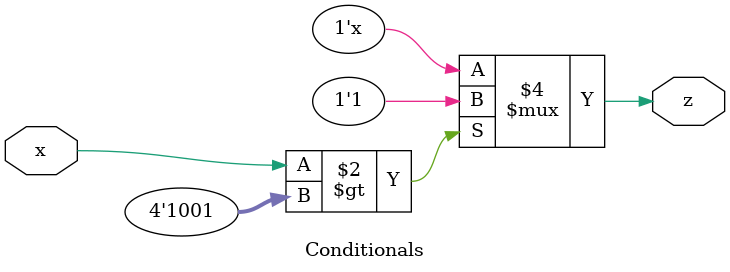
<source format=v>
module Conditionals(x, z);
	input x;
	output reg z;
	
	always @(x)
	if(x > 4'b1001)
		z = 4'b1001;
		
endmodule

</source>
